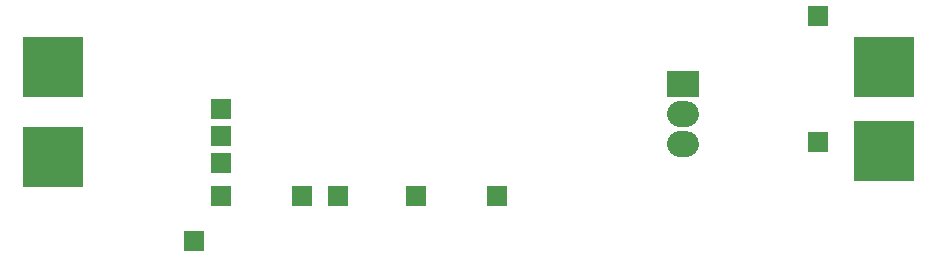
<source format=gbs>
G04 ---------------------------- Layer name :BOTTOM SOLDER LAYER*
G04 EasyEDA v5.4.12, Wed, 23 May 2018 11:05:33 GMT*
G04 139d24c5156241d0888082340940ae75*
G04 Gerber Generator version 0.2*
G04 Scale: 100 percent, Rotated: No, Reflected: No *
G04 Dimensions in millimeters *
G04 leading zeros omitted , absolute positions ,3 integer and 3 decimal *
%FSLAX33Y33*%
%MOMM*%
G90*
G71D02*

%ADD34C,2.203201*%
%ADD35R,2.703200X2.203201*%
%ADD36R,1.778000X1.778000*%
%ADD37R,1.778000X1.778254*%
%ADD38R,5.203190X5.203190*%
%ADD39R,1.778254X1.778254*%

%LPD*%
G54D34*
G01X57145Y11557D02*
G01X56646Y11557D01*
G01X57145Y14097D02*
G01X56646Y14097D01*
G54D35*
G01X56896Y16637D03*
G54D36*
G01X24638Y7112D03*
G01X27686Y7112D03*
G01X34290Y7112D03*
G54D37*
G01X41148Y7112D03*
G54D36*
G01X17780Y7112D03*
G54D38*
G01X3556Y10414D03*
G01X3556Y18034D03*
G01X73914Y18034D03*
G01X73914Y10922D03*
G54D39*
G01X68326Y22352D03*
G01X17780Y14478D03*
G01X17780Y12192D03*
G01X68326Y11684D03*
G01X17780Y9906D03*
G01X15494Y3302D03*
M00*
M02*

</source>
